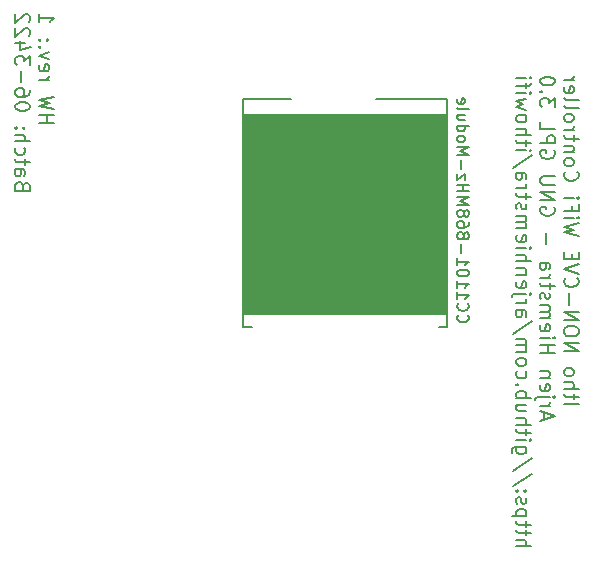
<source format=gbo>
G04 #@! TF.GenerationSoftware,KiCad,Pcbnew,(6.0.6-0)*
G04 #@! TF.CreationDate,2022-08-24T21:23:50+02:00*
G04 #@! TF.ProjectId,ithowifi_4l,6974686f-7769-4666-995f-346c2e6b6963,rev?*
G04 #@! TF.SameCoordinates,Original*
G04 #@! TF.FileFunction,Legend,Bot*
G04 #@! TF.FilePolarity,Positive*
%FSLAX46Y46*%
G04 Gerber Fmt 4.6, Leading zero omitted, Abs format (unit mm)*
G04 Created by KiCad (PCBNEW (6.0.6-0)) date 2022-08-24 21:23:50*
%MOMM*%
%LPD*%
G01*
G04 APERTURE LIST*
%ADD10C,0.100000*%
%ADD11C,0.200000*%
%ADD12C,0.150000*%
G04 APERTURE END LIST*
D10*
G36*
X103202000Y-135417558D02*
G01*
X85955400Y-135417558D01*
X85930000Y-118450358D01*
X103202000Y-118450358D01*
X103202000Y-135417558D01*
G37*
X103202000Y-135417558D02*
X85955400Y-135417558D01*
X85930000Y-118450358D01*
X103202000Y-118450358D01*
X103202000Y-135417558D01*
D11*
X113075393Y-143011000D02*
X114321393Y-143011000D01*
X113906060Y-142595666D02*
X113906060Y-142121000D01*
X114321393Y-142417666D02*
X113253393Y-142417666D01*
X113134726Y-142358333D01*
X113075393Y-142239666D01*
X113075393Y-142121000D01*
X113075393Y-141705666D02*
X114321393Y-141705666D01*
X113075393Y-141171666D02*
X113728060Y-141171666D01*
X113846726Y-141231000D01*
X113906060Y-141349666D01*
X113906060Y-141527666D01*
X113846726Y-141646333D01*
X113787393Y-141705666D01*
X113075393Y-140400333D02*
X113134726Y-140519000D01*
X113194060Y-140578333D01*
X113312726Y-140637666D01*
X113668726Y-140637666D01*
X113787393Y-140578333D01*
X113846726Y-140519000D01*
X113906060Y-140400333D01*
X113906060Y-140222333D01*
X113846726Y-140103666D01*
X113787393Y-140044333D01*
X113668726Y-139985000D01*
X113312726Y-139985000D01*
X113194060Y-140044333D01*
X113134726Y-140103666D01*
X113075393Y-140222333D01*
X113075393Y-140400333D01*
X113075393Y-138501666D02*
X114321393Y-138501666D01*
X113075393Y-137789666D01*
X114321393Y-137789666D01*
X114321393Y-136959000D02*
X114321393Y-136721666D01*
X114262060Y-136603000D01*
X114143393Y-136484333D01*
X113906060Y-136425000D01*
X113490726Y-136425000D01*
X113253393Y-136484333D01*
X113134726Y-136603000D01*
X113075393Y-136721666D01*
X113075393Y-136959000D01*
X113134726Y-137077666D01*
X113253393Y-137196333D01*
X113490726Y-137255666D01*
X113906060Y-137255666D01*
X114143393Y-137196333D01*
X114262060Y-137077666D01*
X114321393Y-136959000D01*
X113075393Y-135891000D02*
X114321393Y-135891000D01*
X113075393Y-135179000D01*
X114321393Y-135179000D01*
X113550060Y-134585666D02*
X113550060Y-133636333D01*
X113194060Y-132331000D02*
X113134726Y-132390333D01*
X113075393Y-132568333D01*
X113075393Y-132687000D01*
X113134726Y-132865000D01*
X113253393Y-132983666D01*
X113372060Y-133043000D01*
X113609393Y-133102333D01*
X113787393Y-133102333D01*
X114024726Y-133043000D01*
X114143393Y-132983666D01*
X114262060Y-132865000D01*
X114321393Y-132687000D01*
X114321393Y-132568333D01*
X114262060Y-132390333D01*
X114202726Y-132331000D01*
X114321393Y-131975000D02*
X113075393Y-131559666D01*
X114321393Y-131144333D01*
X113728060Y-130729000D02*
X113728060Y-130313666D01*
X113075393Y-130135666D02*
X113075393Y-130729000D01*
X114321393Y-130729000D01*
X114321393Y-130135666D01*
X114321393Y-128771000D02*
X113075393Y-128474333D01*
X113965393Y-128237000D01*
X113075393Y-127999666D01*
X114321393Y-127703000D01*
X113075393Y-127228333D02*
X113906060Y-127228333D01*
X114321393Y-127228333D02*
X114262060Y-127287666D01*
X114202726Y-127228333D01*
X114262060Y-127169000D01*
X114321393Y-127228333D01*
X114202726Y-127228333D01*
X113728060Y-126219666D02*
X113728060Y-126635000D01*
X113075393Y-126635000D02*
X114321393Y-126635000D01*
X114321393Y-126041666D01*
X113075393Y-125567000D02*
X113906060Y-125567000D01*
X114321393Y-125567000D02*
X114262060Y-125626333D01*
X114202726Y-125567000D01*
X114262060Y-125507666D01*
X114321393Y-125567000D01*
X114202726Y-125567000D01*
X113194060Y-123312333D02*
X113134726Y-123371666D01*
X113075393Y-123549666D01*
X113075393Y-123668333D01*
X113134726Y-123846333D01*
X113253393Y-123965000D01*
X113372060Y-124024333D01*
X113609393Y-124083666D01*
X113787393Y-124083666D01*
X114024726Y-124024333D01*
X114143393Y-123965000D01*
X114262060Y-123846333D01*
X114321393Y-123668333D01*
X114321393Y-123549666D01*
X114262060Y-123371666D01*
X114202726Y-123312333D01*
X113075393Y-122600333D02*
X113134726Y-122719000D01*
X113194060Y-122778333D01*
X113312726Y-122837666D01*
X113668726Y-122837666D01*
X113787393Y-122778333D01*
X113846726Y-122719000D01*
X113906060Y-122600333D01*
X113906060Y-122422333D01*
X113846726Y-122303666D01*
X113787393Y-122244333D01*
X113668726Y-122185000D01*
X113312726Y-122185000D01*
X113194060Y-122244333D01*
X113134726Y-122303666D01*
X113075393Y-122422333D01*
X113075393Y-122600333D01*
X113906060Y-121651000D02*
X113075393Y-121651000D01*
X113787393Y-121651000D02*
X113846726Y-121591666D01*
X113906060Y-121473000D01*
X113906060Y-121295000D01*
X113846726Y-121176333D01*
X113728060Y-121117000D01*
X113075393Y-121117000D01*
X113906060Y-120701666D02*
X113906060Y-120227000D01*
X114321393Y-120523666D02*
X113253393Y-120523666D01*
X113134726Y-120464333D01*
X113075393Y-120345666D01*
X113075393Y-120227000D01*
X113075393Y-119811666D02*
X113906060Y-119811666D01*
X113668726Y-119811666D02*
X113787393Y-119752333D01*
X113846726Y-119693000D01*
X113906060Y-119574333D01*
X113906060Y-119455666D01*
X113075393Y-118862333D02*
X113134726Y-118981000D01*
X113194060Y-119040333D01*
X113312726Y-119099666D01*
X113668726Y-119099666D01*
X113787393Y-119040333D01*
X113846726Y-118981000D01*
X113906060Y-118862333D01*
X113906060Y-118684333D01*
X113846726Y-118565666D01*
X113787393Y-118506333D01*
X113668726Y-118447000D01*
X113312726Y-118447000D01*
X113194060Y-118506333D01*
X113134726Y-118565666D01*
X113075393Y-118684333D01*
X113075393Y-118862333D01*
X113075393Y-117735000D02*
X113134726Y-117853666D01*
X113253393Y-117913000D01*
X114321393Y-117913000D01*
X113075393Y-117082333D02*
X113134726Y-117201000D01*
X113253393Y-117260333D01*
X114321393Y-117260333D01*
X113134726Y-116133000D02*
X113075393Y-116251666D01*
X113075393Y-116489000D01*
X113134726Y-116607666D01*
X113253393Y-116667000D01*
X113728060Y-116667000D01*
X113846726Y-116607666D01*
X113906060Y-116489000D01*
X113906060Y-116251666D01*
X113846726Y-116133000D01*
X113728060Y-116073666D01*
X113609393Y-116073666D01*
X113490726Y-116667000D01*
X113075393Y-115539666D02*
X113906060Y-115539666D01*
X113668726Y-115539666D02*
X113787393Y-115480333D01*
X113846726Y-115421000D01*
X113906060Y-115302333D01*
X113906060Y-115183666D01*
X111425333Y-144316333D02*
X111425333Y-143723000D01*
X111069333Y-144435000D02*
X112315333Y-144019666D01*
X111069333Y-143604333D01*
X111069333Y-143189000D02*
X111900000Y-143189000D01*
X111662666Y-143189000D02*
X111781333Y-143129666D01*
X111840666Y-143070333D01*
X111900000Y-142951666D01*
X111900000Y-142833000D01*
X111900000Y-142417666D02*
X110832000Y-142417666D01*
X110713333Y-142477000D01*
X110654000Y-142595666D01*
X110654000Y-142655000D01*
X112315333Y-142417666D02*
X112256000Y-142477000D01*
X112196666Y-142417666D01*
X112256000Y-142358333D01*
X112315333Y-142417666D01*
X112196666Y-142417666D01*
X111128666Y-141349666D02*
X111069333Y-141468333D01*
X111069333Y-141705666D01*
X111128666Y-141824333D01*
X111247333Y-141883666D01*
X111722000Y-141883666D01*
X111840666Y-141824333D01*
X111900000Y-141705666D01*
X111900000Y-141468333D01*
X111840666Y-141349666D01*
X111722000Y-141290333D01*
X111603333Y-141290333D01*
X111484666Y-141883666D01*
X111900000Y-140756333D02*
X111069333Y-140756333D01*
X111781333Y-140756333D02*
X111840666Y-140697000D01*
X111900000Y-140578333D01*
X111900000Y-140400333D01*
X111840666Y-140281666D01*
X111722000Y-140222333D01*
X111069333Y-140222333D01*
X111069333Y-138679666D02*
X112315333Y-138679666D01*
X111722000Y-138679666D02*
X111722000Y-137967666D01*
X111069333Y-137967666D02*
X112315333Y-137967666D01*
X111069333Y-137374333D02*
X111900000Y-137374333D01*
X112315333Y-137374333D02*
X112256000Y-137433666D01*
X112196666Y-137374333D01*
X112256000Y-137315000D01*
X112315333Y-137374333D01*
X112196666Y-137374333D01*
X111128666Y-136306333D02*
X111069333Y-136425000D01*
X111069333Y-136662333D01*
X111128666Y-136781000D01*
X111247333Y-136840333D01*
X111722000Y-136840333D01*
X111840666Y-136781000D01*
X111900000Y-136662333D01*
X111900000Y-136425000D01*
X111840666Y-136306333D01*
X111722000Y-136247000D01*
X111603333Y-136247000D01*
X111484666Y-136840333D01*
X111069333Y-135713000D02*
X111900000Y-135713000D01*
X111781333Y-135713000D02*
X111840666Y-135653666D01*
X111900000Y-135535000D01*
X111900000Y-135357000D01*
X111840666Y-135238333D01*
X111722000Y-135179000D01*
X111069333Y-135179000D01*
X111722000Y-135179000D02*
X111840666Y-135119666D01*
X111900000Y-135001000D01*
X111900000Y-134823000D01*
X111840666Y-134704333D01*
X111722000Y-134645000D01*
X111069333Y-134645000D01*
X111128666Y-134111000D02*
X111069333Y-133992333D01*
X111069333Y-133755000D01*
X111128666Y-133636333D01*
X111247333Y-133577000D01*
X111306666Y-133577000D01*
X111425333Y-133636333D01*
X111484666Y-133755000D01*
X111484666Y-133933000D01*
X111544000Y-134051666D01*
X111662666Y-134111000D01*
X111722000Y-134111000D01*
X111840666Y-134051666D01*
X111900000Y-133933000D01*
X111900000Y-133755000D01*
X111840666Y-133636333D01*
X111900000Y-133221000D02*
X111900000Y-132746333D01*
X112315333Y-133043000D02*
X111247333Y-133043000D01*
X111128666Y-132983666D01*
X111069333Y-132865000D01*
X111069333Y-132746333D01*
X111069333Y-132331000D02*
X111900000Y-132331000D01*
X111662666Y-132331000D02*
X111781333Y-132271666D01*
X111840666Y-132212333D01*
X111900000Y-132093666D01*
X111900000Y-131975000D01*
X111069333Y-131025666D02*
X111722000Y-131025666D01*
X111840666Y-131085000D01*
X111900000Y-131203666D01*
X111900000Y-131441000D01*
X111840666Y-131559666D01*
X111128666Y-131025666D02*
X111069333Y-131144333D01*
X111069333Y-131441000D01*
X111128666Y-131559666D01*
X111247333Y-131619000D01*
X111366000Y-131619000D01*
X111484666Y-131559666D01*
X111544000Y-131441000D01*
X111544000Y-131144333D01*
X111603333Y-131025666D01*
X111544000Y-129483000D02*
X111544000Y-128533666D01*
X112256000Y-126338333D02*
X112315333Y-126457000D01*
X112315333Y-126635000D01*
X112256000Y-126813000D01*
X112137333Y-126931666D01*
X112018666Y-126991000D01*
X111781333Y-127050333D01*
X111603333Y-127050333D01*
X111366000Y-126991000D01*
X111247333Y-126931666D01*
X111128666Y-126813000D01*
X111069333Y-126635000D01*
X111069333Y-126516333D01*
X111128666Y-126338333D01*
X111188000Y-126279000D01*
X111603333Y-126279000D01*
X111603333Y-126516333D01*
X111069333Y-125745000D02*
X112315333Y-125745000D01*
X111069333Y-125033000D01*
X112315333Y-125033000D01*
X112315333Y-124439666D02*
X111306666Y-124439666D01*
X111188000Y-124380333D01*
X111128666Y-124321000D01*
X111069333Y-124202333D01*
X111069333Y-123965000D01*
X111128666Y-123846333D01*
X111188000Y-123787000D01*
X111306666Y-123727666D01*
X112315333Y-123727666D01*
X112256000Y-121532333D02*
X112315333Y-121651000D01*
X112315333Y-121829000D01*
X112256000Y-122007000D01*
X112137333Y-122125666D01*
X112018666Y-122185000D01*
X111781333Y-122244333D01*
X111603333Y-122244333D01*
X111366000Y-122185000D01*
X111247333Y-122125666D01*
X111128666Y-122007000D01*
X111069333Y-121829000D01*
X111069333Y-121710333D01*
X111128666Y-121532333D01*
X111188000Y-121473000D01*
X111603333Y-121473000D01*
X111603333Y-121710333D01*
X111069333Y-120939000D02*
X112315333Y-120939000D01*
X112315333Y-120464333D01*
X112256000Y-120345666D01*
X112196666Y-120286333D01*
X112078000Y-120227000D01*
X111900000Y-120227000D01*
X111781333Y-120286333D01*
X111722000Y-120345666D01*
X111662666Y-120464333D01*
X111662666Y-120939000D01*
X111069333Y-119099666D02*
X111069333Y-119693000D01*
X112315333Y-119693000D01*
X112315333Y-117853666D02*
X112315333Y-117082333D01*
X111840666Y-117497666D01*
X111840666Y-117319666D01*
X111781333Y-117201000D01*
X111722000Y-117141666D01*
X111603333Y-117082333D01*
X111306666Y-117082333D01*
X111188000Y-117141666D01*
X111128666Y-117201000D01*
X111069333Y-117319666D01*
X111069333Y-117675666D01*
X111128666Y-117794333D01*
X111188000Y-117853666D01*
X111188000Y-116548333D02*
X111128666Y-116489000D01*
X111069333Y-116548333D01*
X111128666Y-116607666D01*
X111188000Y-116548333D01*
X111069333Y-116548333D01*
X112315333Y-115717666D02*
X112315333Y-115599000D01*
X112256000Y-115480333D01*
X112196666Y-115421000D01*
X112078000Y-115361666D01*
X111840666Y-115302333D01*
X111544000Y-115302333D01*
X111306666Y-115361666D01*
X111188000Y-115421000D01*
X111128666Y-115480333D01*
X111069333Y-115599000D01*
X111069333Y-115717666D01*
X111128666Y-115836333D01*
X111188000Y-115895666D01*
X111306666Y-115955000D01*
X111544000Y-116014333D01*
X111840666Y-116014333D01*
X112078000Y-115955000D01*
X112196666Y-115895666D01*
X112256000Y-115836333D01*
X112315333Y-115717666D01*
X109063273Y-155055666D02*
X110309273Y-155055666D01*
X109063273Y-154521666D02*
X109715940Y-154521666D01*
X109834606Y-154581000D01*
X109893940Y-154699666D01*
X109893940Y-154877666D01*
X109834606Y-154996333D01*
X109775273Y-155055666D01*
X109893940Y-154106333D02*
X109893940Y-153631666D01*
X110309273Y-153928333D02*
X109241273Y-153928333D01*
X109122606Y-153869000D01*
X109063273Y-153750333D01*
X109063273Y-153631666D01*
X109893940Y-153394333D02*
X109893940Y-152919666D01*
X110309273Y-153216333D02*
X109241273Y-153216333D01*
X109122606Y-153157000D01*
X109063273Y-153038333D01*
X109063273Y-152919666D01*
X109893940Y-152504333D02*
X108647940Y-152504333D01*
X109834606Y-152504333D02*
X109893940Y-152385666D01*
X109893940Y-152148333D01*
X109834606Y-152029666D01*
X109775273Y-151970333D01*
X109656606Y-151911000D01*
X109300606Y-151911000D01*
X109181940Y-151970333D01*
X109122606Y-152029666D01*
X109063273Y-152148333D01*
X109063273Y-152385666D01*
X109122606Y-152504333D01*
X109122606Y-151436333D02*
X109063273Y-151317666D01*
X109063273Y-151080333D01*
X109122606Y-150961666D01*
X109241273Y-150902333D01*
X109300606Y-150902333D01*
X109419273Y-150961666D01*
X109478606Y-151080333D01*
X109478606Y-151258333D01*
X109537940Y-151377000D01*
X109656606Y-151436333D01*
X109715940Y-151436333D01*
X109834606Y-151377000D01*
X109893940Y-151258333D01*
X109893940Y-151080333D01*
X109834606Y-150961666D01*
X109181940Y-150368333D02*
X109122606Y-150309000D01*
X109063273Y-150368333D01*
X109122606Y-150427666D01*
X109181940Y-150368333D01*
X109063273Y-150368333D01*
X109834606Y-150368333D02*
X109775273Y-150309000D01*
X109715940Y-150368333D01*
X109775273Y-150427666D01*
X109834606Y-150368333D01*
X109715940Y-150368333D01*
X110368606Y-148885000D02*
X108766606Y-149953000D01*
X110368606Y-147579666D02*
X108766606Y-148647666D01*
X109893940Y-146630333D02*
X108885273Y-146630333D01*
X108766606Y-146689666D01*
X108707273Y-146749000D01*
X108647940Y-146867666D01*
X108647940Y-147045666D01*
X108707273Y-147164333D01*
X109122606Y-146630333D02*
X109063273Y-146749000D01*
X109063273Y-146986333D01*
X109122606Y-147105000D01*
X109181940Y-147164333D01*
X109300606Y-147223666D01*
X109656606Y-147223666D01*
X109775273Y-147164333D01*
X109834606Y-147105000D01*
X109893940Y-146986333D01*
X109893940Y-146749000D01*
X109834606Y-146630333D01*
X109063273Y-146037000D02*
X109893940Y-146037000D01*
X110309273Y-146037000D02*
X110249940Y-146096333D01*
X110190606Y-146037000D01*
X110249940Y-145977666D01*
X110309273Y-146037000D01*
X110190606Y-146037000D01*
X109893940Y-145621666D02*
X109893940Y-145147000D01*
X110309273Y-145443666D02*
X109241273Y-145443666D01*
X109122606Y-145384333D01*
X109063273Y-145265666D01*
X109063273Y-145147000D01*
X109063273Y-144731666D02*
X110309273Y-144731666D01*
X109063273Y-144197666D02*
X109715940Y-144197666D01*
X109834606Y-144257000D01*
X109893940Y-144375666D01*
X109893940Y-144553666D01*
X109834606Y-144672333D01*
X109775273Y-144731666D01*
X109893940Y-143070333D02*
X109063273Y-143070333D01*
X109893940Y-143604333D02*
X109241273Y-143604333D01*
X109122606Y-143545000D01*
X109063273Y-143426333D01*
X109063273Y-143248333D01*
X109122606Y-143129666D01*
X109181940Y-143070333D01*
X109063273Y-142477000D02*
X110309273Y-142477000D01*
X109834606Y-142477000D02*
X109893940Y-142358333D01*
X109893940Y-142121000D01*
X109834606Y-142002333D01*
X109775273Y-141943000D01*
X109656606Y-141883666D01*
X109300606Y-141883666D01*
X109181940Y-141943000D01*
X109122606Y-142002333D01*
X109063273Y-142121000D01*
X109063273Y-142358333D01*
X109122606Y-142477000D01*
X109181940Y-141349666D02*
X109122606Y-141290333D01*
X109063273Y-141349666D01*
X109122606Y-141409000D01*
X109181940Y-141349666D01*
X109063273Y-141349666D01*
X109122606Y-140222333D02*
X109063273Y-140341000D01*
X109063273Y-140578333D01*
X109122606Y-140697000D01*
X109181940Y-140756333D01*
X109300606Y-140815666D01*
X109656606Y-140815666D01*
X109775273Y-140756333D01*
X109834606Y-140697000D01*
X109893940Y-140578333D01*
X109893940Y-140341000D01*
X109834606Y-140222333D01*
X109063273Y-139510333D02*
X109122606Y-139629000D01*
X109181940Y-139688333D01*
X109300606Y-139747666D01*
X109656606Y-139747666D01*
X109775273Y-139688333D01*
X109834606Y-139629000D01*
X109893940Y-139510333D01*
X109893940Y-139332333D01*
X109834606Y-139213666D01*
X109775273Y-139154333D01*
X109656606Y-139095000D01*
X109300606Y-139095000D01*
X109181940Y-139154333D01*
X109122606Y-139213666D01*
X109063273Y-139332333D01*
X109063273Y-139510333D01*
X109063273Y-138561000D02*
X109893940Y-138561000D01*
X109775273Y-138561000D02*
X109834606Y-138501666D01*
X109893940Y-138383000D01*
X109893940Y-138205000D01*
X109834606Y-138086333D01*
X109715940Y-138027000D01*
X109063273Y-138027000D01*
X109715940Y-138027000D02*
X109834606Y-137967666D01*
X109893940Y-137849000D01*
X109893940Y-137671000D01*
X109834606Y-137552333D01*
X109715940Y-137493000D01*
X109063273Y-137493000D01*
X110368606Y-136009666D02*
X108766606Y-137077666D01*
X109063273Y-135060333D02*
X109715940Y-135060333D01*
X109834606Y-135119666D01*
X109893940Y-135238333D01*
X109893940Y-135475666D01*
X109834606Y-135594333D01*
X109122606Y-135060333D02*
X109063273Y-135179000D01*
X109063273Y-135475666D01*
X109122606Y-135594333D01*
X109241273Y-135653666D01*
X109359940Y-135653666D01*
X109478606Y-135594333D01*
X109537940Y-135475666D01*
X109537940Y-135179000D01*
X109597273Y-135060333D01*
X109063273Y-134467000D02*
X109893940Y-134467000D01*
X109656606Y-134467000D02*
X109775273Y-134407666D01*
X109834606Y-134348333D01*
X109893940Y-134229666D01*
X109893940Y-134111000D01*
X109893940Y-133695666D02*
X108825940Y-133695666D01*
X108707273Y-133755000D01*
X108647940Y-133873666D01*
X108647940Y-133933000D01*
X110309273Y-133695666D02*
X110249940Y-133755000D01*
X110190606Y-133695666D01*
X110249940Y-133636333D01*
X110309273Y-133695666D01*
X110190606Y-133695666D01*
X109122606Y-132627666D02*
X109063273Y-132746333D01*
X109063273Y-132983666D01*
X109122606Y-133102333D01*
X109241273Y-133161666D01*
X109715940Y-133161666D01*
X109834606Y-133102333D01*
X109893940Y-132983666D01*
X109893940Y-132746333D01*
X109834606Y-132627666D01*
X109715940Y-132568333D01*
X109597273Y-132568333D01*
X109478606Y-133161666D01*
X109893940Y-132034333D02*
X109063273Y-132034333D01*
X109775273Y-132034333D02*
X109834606Y-131975000D01*
X109893940Y-131856333D01*
X109893940Y-131678333D01*
X109834606Y-131559666D01*
X109715940Y-131500333D01*
X109063273Y-131500333D01*
X109063273Y-130907000D02*
X110309273Y-130907000D01*
X109063273Y-130373000D02*
X109715940Y-130373000D01*
X109834606Y-130432333D01*
X109893940Y-130551000D01*
X109893940Y-130729000D01*
X109834606Y-130847666D01*
X109775273Y-130907000D01*
X109063273Y-129779666D02*
X109893940Y-129779666D01*
X110309273Y-129779666D02*
X110249940Y-129839000D01*
X110190606Y-129779666D01*
X110249940Y-129720333D01*
X110309273Y-129779666D01*
X110190606Y-129779666D01*
X109122606Y-128711666D02*
X109063273Y-128830333D01*
X109063273Y-129067666D01*
X109122606Y-129186333D01*
X109241273Y-129245666D01*
X109715940Y-129245666D01*
X109834606Y-129186333D01*
X109893940Y-129067666D01*
X109893940Y-128830333D01*
X109834606Y-128711666D01*
X109715940Y-128652333D01*
X109597273Y-128652333D01*
X109478606Y-129245666D01*
X109063273Y-128118333D02*
X109893940Y-128118333D01*
X109775273Y-128118333D02*
X109834606Y-128059000D01*
X109893940Y-127940333D01*
X109893940Y-127762333D01*
X109834606Y-127643666D01*
X109715940Y-127584333D01*
X109063273Y-127584333D01*
X109715940Y-127584333D02*
X109834606Y-127525000D01*
X109893940Y-127406333D01*
X109893940Y-127228333D01*
X109834606Y-127109666D01*
X109715940Y-127050333D01*
X109063273Y-127050333D01*
X109122606Y-126516333D02*
X109063273Y-126397666D01*
X109063273Y-126160333D01*
X109122606Y-126041666D01*
X109241273Y-125982333D01*
X109300606Y-125982333D01*
X109419273Y-126041666D01*
X109478606Y-126160333D01*
X109478606Y-126338333D01*
X109537940Y-126457000D01*
X109656606Y-126516333D01*
X109715940Y-126516333D01*
X109834606Y-126457000D01*
X109893940Y-126338333D01*
X109893940Y-126160333D01*
X109834606Y-126041666D01*
X109893940Y-125626333D02*
X109893940Y-125151666D01*
X110309273Y-125448333D02*
X109241273Y-125448333D01*
X109122606Y-125389000D01*
X109063273Y-125270333D01*
X109063273Y-125151666D01*
X109063273Y-124736333D02*
X109893940Y-124736333D01*
X109656606Y-124736333D02*
X109775273Y-124677000D01*
X109834606Y-124617666D01*
X109893940Y-124499000D01*
X109893940Y-124380333D01*
X109063273Y-123431000D02*
X109715940Y-123431000D01*
X109834606Y-123490333D01*
X109893940Y-123609000D01*
X109893940Y-123846333D01*
X109834606Y-123965000D01*
X109122606Y-123431000D02*
X109063273Y-123549666D01*
X109063273Y-123846333D01*
X109122606Y-123965000D01*
X109241273Y-124024333D01*
X109359940Y-124024333D01*
X109478606Y-123965000D01*
X109537940Y-123846333D01*
X109537940Y-123549666D01*
X109597273Y-123431000D01*
X110368606Y-121947666D02*
X108766606Y-123015666D01*
X109063273Y-121532333D02*
X109893940Y-121532333D01*
X110309273Y-121532333D02*
X110249940Y-121591666D01*
X110190606Y-121532333D01*
X110249940Y-121473000D01*
X110309273Y-121532333D01*
X110190606Y-121532333D01*
X109893940Y-121117000D02*
X109893940Y-120642333D01*
X110309273Y-120939000D02*
X109241273Y-120939000D01*
X109122606Y-120879666D01*
X109063273Y-120761000D01*
X109063273Y-120642333D01*
X109063273Y-120227000D02*
X110309273Y-120227000D01*
X109063273Y-119693000D02*
X109715940Y-119693000D01*
X109834606Y-119752333D01*
X109893940Y-119871000D01*
X109893940Y-120049000D01*
X109834606Y-120167666D01*
X109775273Y-120227000D01*
X109063273Y-118921666D02*
X109122606Y-119040333D01*
X109181940Y-119099666D01*
X109300606Y-119159000D01*
X109656606Y-119159000D01*
X109775273Y-119099666D01*
X109834606Y-119040333D01*
X109893940Y-118921666D01*
X109893940Y-118743666D01*
X109834606Y-118625000D01*
X109775273Y-118565666D01*
X109656606Y-118506333D01*
X109300606Y-118506333D01*
X109181940Y-118565666D01*
X109122606Y-118625000D01*
X109063273Y-118743666D01*
X109063273Y-118921666D01*
X109893940Y-118091000D02*
X109063273Y-117853666D01*
X109656606Y-117616333D01*
X109063273Y-117379000D01*
X109893940Y-117141666D01*
X109063273Y-116667000D02*
X109893940Y-116667000D01*
X110309273Y-116667000D02*
X110249940Y-116726333D01*
X110190606Y-116667000D01*
X110249940Y-116607666D01*
X110309273Y-116667000D01*
X110190606Y-116667000D01*
X109893940Y-116251666D02*
X109893940Y-115777000D01*
X109063273Y-116073666D02*
X110131273Y-116073666D01*
X110249940Y-116014333D01*
X110309273Y-115895666D01*
X110309273Y-115777000D01*
X109063273Y-115361666D02*
X109893940Y-115361666D01*
X110309273Y-115361666D02*
X110249940Y-115421000D01*
X110190606Y-115361666D01*
X110249940Y-115302333D01*
X110309273Y-115361666D01*
X110190606Y-115361666D01*
X68638363Y-119224333D02*
X69884363Y-119224333D01*
X69291030Y-119224333D02*
X69291030Y-118512333D01*
X68638363Y-118512333D02*
X69884363Y-118512333D01*
X69884363Y-118037666D02*
X68638363Y-117741000D01*
X69528363Y-117503666D01*
X68638363Y-117266333D01*
X69884363Y-116969666D01*
X68638363Y-115545666D02*
X69469030Y-115545666D01*
X69231696Y-115545666D02*
X69350363Y-115486333D01*
X69409696Y-115427000D01*
X69469030Y-115308333D01*
X69469030Y-115189666D01*
X68697696Y-114299666D02*
X68638363Y-114418333D01*
X68638363Y-114655666D01*
X68697696Y-114774333D01*
X68816363Y-114833666D01*
X69291030Y-114833666D01*
X69409696Y-114774333D01*
X69469030Y-114655666D01*
X69469030Y-114418333D01*
X69409696Y-114299666D01*
X69291030Y-114240333D01*
X69172363Y-114240333D01*
X69053696Y-114833666D01*
X69469030Y-113825000D02*
X68638363Y-113528333D01*
X69469030Y-113231666D01*
X68757030Y-112757000D02*
X68697696Y-112697666D01*
X68638363Y-112757000D01*
X68697696Y-112816333D01*
X68757030Y-112757000D01*
X68638363Y-112757000D01*
X68757030Y-112163666D02*
X68697696Y-112104333D01*
X68638363Y-112163666D01*
X68697696Y-112223000D01*
X68757030Y-112163666D01*
X68638363Y-112163666D01*
X69409696Y-112163666D02*
X69350363Y-112104333D01*
X69291030Y-112163666D01*
X69350363Y-112223000D01*
X69409696Y-112163666D01*
X69291030Y-112163666D01*
X68638363Y-109968333D02*
X68638363Y-110680333D01*
X68638363Y-110324333D02*
X69884363Y-110324333D01*
X69706363Y-110443000D01*
X69587696Y-110561666D01*
X69528363Y-110680333D01*
X67284970Y-124505000D02*
X67225636Y-124327000D01*
X67166303Y-124267666D01*
X67047636Y-124208333D01*
X66869636Y-124208333D01*
X66750970Y-124267666D01*
X66691636Y-124327000D01*
X66632303Y-124445666D01*
X66632303Y-124920333D01*
X67878303Y-124920333D01*
X67878303Y-124505000D01*
X67818970Y-124386333D01*
X67759636Y-124327000D01*
X67640970Y-124267666D01*
X67522303Y-124267666D01*
X67403636Y-124327000D01*
X67344303Y-124386333D01*
X67284970Y-124505000D01*
X67284970Y-124920333D01*
X66632303Y-123140333D02*
X67284970Y-123140333D01*
X67403636Y-123199666D01*
X67462970Y-123318333D01*
X67462970Y-123555666D01*
X67403636Y-123674333D01*
X66691636Y-123140333D02*
X66632303Y-123259000D01*
X66632303Y-123555666D01*
X66691636Y-123674333D01*
X66810303Y-123733666D01*
X66928970Y-123733666D01*
X67047636Y-123674333D01*
X67106970Y-123555666D01*
X67106970Y-123259000D01*
X67166303Y-123140333D01*
X67462970Y-122725000D02*
X67462970Y-122250333D01*
X67878303Y-122547000D02*
X66810303Y-122547000D01*
X66691636Y-122487666D01*
X66632303Y-122369000D01*
X66632303Y-122250333D01*
X66691636Y-121301000D02*
X66632303Y-121419666D01*
X66632303Y-121657000D01*
X66691636Y-121775666D01*
X66750970Y-121835000D01*
X66869636Y-121894333D01*
X67225636Y-121894333D01*
X67344303Y-121835000D01*
X67403636Y-121775666D01*
X67462970Y-121657000D01*
X67462970Y-121419666D01*
X67403636Y-121301000D01*
X66632303Y-120767000D02*
X67878303Y-120767000D01*
X66632303Y-120233000D02*
X67284970Y-120233000D01*
X67403636Y-120292333D01*
X67462970Y-120411000D01*
X67462970Y-120589000D01*
X67403636Y-120707666D01*
X67344303Y-120767000D01*
X66750970Y-119639666D02*
X66691636Y-119580333D01*
X66632303Y-119639666D01*
X66691636Y-119699000D01*
X66750970Y-119639666D01*
X66632303Y-119639666D01*
X67403636Y-119639666D02*
X67344303Y-119580333D01*
X67284970Y-119639666D01*
X67344303Y-119699000D01*
X67403636Y-119639666D01*
X67284970Y-119639666D01*
X67878303Y-117859666D02*
X67878303Y-117741000D01*
X67818970Y-117622333D01*
X67759636Y-117563000D01*
X67640970Y-117503666D01*
X67403636Y-117444333D01*
X67106970Y-117444333D01*
X66869636Y-117503666D01*
X66750970Y-117563000D01*
X66691636Y-117622333D01*
X66632303Y-117741000D01*
X66632303Y-117859666D01*
X66691636Y-117978333D01*
X66750970Y-118037666D01*
X66869636Y-118097000D01*
X67106970Y-118156333D01*
X67403636Y-118156333D01*
X67640970Y-118097000D01*
X67759636Y-118037666D01*
X67818970Y-117978333D01*
X67878303Y-117859666D01*
X67878303Y-116376333D02*
X67878303Y-116613666D01*
X67818970Y-116732333D01*
X67759636Y-116791666D01*
X67581636Y-116910333D01*
X67344303Y-116969666D01*
X66869636Y-116969666D01*
X66750970Y-116910333D01*
X66691636Y-116851000D01*
X66632303Y-116732333D01*
X66632303Y-116495000D01*
X66691636Y-116376333D01*
X66750970Y-116317000D01*
X66869636Y-116257666D01*
X67166303Y-116257666D01*
X67284970Y-116317000D01*
X67344303Y-116376333D01*
X67403636Y-116495000D01*
X67403636Y-116732333D01*
X67344303Y-116851000D01*
X67284970Y-116910333D01*
X67166303Y-116969666D01*
X67106970Y-115723666D02*
X67106970Y-114774333D01*
X67878303Y-114299666D02*
X67878303Y-113528333D01*
X67403636Y-113943666D01*
X67403636Y-113765666D01*
X67344303Y-113647000D01*
X67284970Y-113587666D01*
X67166303Y-113528333D01*
X66869636Y-113528333D01*
X66750970Y-113587666D01*
X66691636Y-113647000D01*
X66632303Y-113765666D01*
X66632303Y-114121666D01*
X66691636Y-114240333D01*
X66750970Y-114299666D01*
X67462970Y-112460333D02*
X66632303Y-112460333D01*
X67937636Y-112757000D02*
X67047636Y-113053666D01*
X67047636Y-112282333D01*
X67759636Y-111867000D02*
X67818970Y-111807666D01*
X67878303Y-111689000D01*
X67878303Y-111392333D01*
X67818970Y-111273666D01*
X67759636Y-111214333D01*
X67640970Y-111155000D01*
X67522303Y-111155000D01*
X67344303Y-111214333D01*
X66632303Y-111926333D01*
X66632303Y-111155000D01*
X67759636Y-110680333D02*
X67818970Y-110621000D01*
X67878303Y-110502333D01*
X67878303Y-110205666D01*
X67818970Y-110087000D01*
X67759636Y-110027666D01*
X67640970Y-109968333D01*
X67522303Y-109968333D01*
X67344303Y-110027666D01*
X66632303Y-110739666D01*
X66632303Y-109968333D01*
D12*
X104118848Y-135474298D02*
X104071229Y-135521917D01*
X104023610Y-135664774D01*
X104023610Y-135760012D01*
X104071229Y-135902869D01*
X104166467Y-135998107D01*
X104261705Y-136045726D01*
X104452181Y-136093346D01*
X104595038Y-136093346D01*
X104785514Y-136045726D01*
X104880752Y-135998107D01*
X104975991Y-135902869D01*
X105023610Y-135760012D01*
X105023610Y-135664774D01*
X104975991Y-135521917D01*
X104928371Y-135474298D01*
X104118848Y-134474298D02*
X104071229Y-134521917D01*
X104023610Y-134664774D01*
X104023610Y-134760012D01*
X104071229Y-134902869D01*
X104166467Y-134998107D01*
X104261705Y-135045726D01*
X104452181Y-135093346D01*
X104595038Y-135093346D01*
X104785514Y-135045726D01*
X104880752Y-134998107D01*
X104975991Y-134902869D01*
X105023610Y-134760012D01*
X105023610Y-134664774D01*
X104975991Y-134521917D01*
X104928371Y-134474298D01*
X104023610Y-133521917D02*
X104023610Y-134093346D01*
X104023610Y-133807631D02*
X105023610Y-133807631D01*
X104880752Y-133902869D01*
X104785514Y-133998107D01*
X104737895Y-134093346D01*
X104023610Y-132569536D02*
X104023610Y-133140965D01*
X104023610Y-132855250D02*
X105023610Y-132855250D01*
X104880752Y-132950488D01*
X104785514Y-133045726D01*
X104737895Y-133140965D01*
X105023610Y-131950488D02*
X105023610Y-131855250D01*
X104975991Y-131760012D01*
X104928371Y-131712393D01*
X104833133Y-131664774D01*
X104642657Y-131617155D01*
X104404562Y-131617155D01*
X104214086Y-131664774D01*
X104118848Y-131712393D01*
X104071229Y-131760012D01*
X104023610Y-131855250D01*
X104023610Y-131950488D01*
X104071229Y-132045726D01*
X104118848Y-132093346D01*
X104214086Y-132140965D01*
X104404562Y-132188584D01*
X104642657Y-132188584D01*
X104833133Y-132140965D01*
X104928371Y-132093346D01*
X104975991Y-132045726D01*
X105023610Y-131950488D01*
X104023610Y-130664774D02*
X104023610Y-131236203D01*
X104023610Y-130950488D02*
X105023610Y-130950488D01*
X104880752Y-131045726D01*
X104785514Y-131140965D01*
X104737895Y-131236203D01*
X104404562Y-130236203D02*
X104404562Y-129474298D01*
X104595038Y-128855250D02*
X104642657Y-128950488D01*
X104690276Y-128998107D01*
X104785514Y-129045726D01*
X104833133Y-129045726D01*
X104928371Y-128998107D01*
X104975991Y-128950488D01*
X105023610Y-128855250D01*
X105023610Y-128664774D01*
X104975991Y-128569536D01*
X104928371Y-128521917D01*
X104833133Y-128474298D01*
X104785514Y-128474298D01*
X104690276Y-128521917D01*
X104642657Y-128569536D01*
X104595038Y-128664774D01*
X104595038Y-128855250D01*
X104547419Y-128950488D01*
X104499800Y-128998107D01*
X104404562Y-129045726D01*
X104214086Y-129045726D01*
X104118848Y-128998107D01*
X104071229Y-128950488D01*
X104023610Y-128855250D01*
X104023610Y-128664774D01*
X104071229Y-128569536D01*
X104118848Y-128521917D01*
X104214086Y-128474298D01*
X104404562Y-128474298D01*
X104499800Y-128521917D01*
X104547419Y-128569536D01*
X104595038Y-128664774D01*
X105023610Y-127617155D02*
X105023610Y-127807631D01*
X104975991Y-127902869D01*
X104928371Y-127950488D01*
X104785514Y-128045726D01*
X104595038Y-128093346D01*
X104214086Y-128093346D01*
X104118848Y-128045726D01*
X104071229Y-127998107D01*
X104023610Y-127902869D01*
X104023610Y-127712393D01*
X104071229Y-127617155D01*
X104118848Y-127569536D01*
X104214086Y-127521917D01*
X104452181Y-127521917D01*
X104547419Y-127569536D01*
X104595038Y-127617155D01*
X104642657Y-127712393D01*
X104642657Y-127902869D01*
X104595038Y-127998107D01*
X104547419Y-128045726D01*
X104452181Y-128093346D01*
X104595038Y-126950488D02*
X104642657Y-127045726D01*
X104690276Y-127093346D01*
X104785514Y-127140965D01*
X104833133Y-127140965D01*
X104928371Y-127093346D01*
X104975991Y-127045726D01*
X105023610Y-126950488D01*
X105023610Y-126760012D01*
X104975991Y-126664774D01*
X104928371Y-126617155D01*
X104833133Y-126569536D01*
X104785514Y-126569536D01*
X104690276Y-126617155D01*
X104642657Y-126664774D01*
X104595038Y-126760012D01*
X104595038Y-126950488D01*
X104547419Y-127045726D01*
X104499800Y-127093346D01*
X104404562Y-127140965D01*
X104214086Y-127140965D01*
X104118848Y-127093346D01*
X104071229Y-127045726D01*
X104023610Y-126950488D01*
X104023610Y-126760012D01*
X104071229Y-126664774D01*
X104118848Y-126617155D01*
X104214086Y-126569536D01*
X104404562Y-126569536D01*
X104499800Y-126617155D01*
X104547419Y-126664774D01*
X104595038Y-126760012D01*
X104023610Y-126140965D02*
X105023610Y-126140965D01*
X104309324Y-125807631D01*
X105023610Y-125474298D01*
X104023610Y-125474298D01*
X104023610Y-124998107D02*
X105023610Y-124998107D01*
X104547419Y-124998107D02*
X104547419Y-124426679D01*
X104023610Y-124426679D02*
X105023610Y-124426679D01*
X104690276Y-124045726D02*
X104690276Y-123521917D01*
X104023610Y-124045726D01*
X104023610Y-123521917D01*
X104404562Y-123140965D02*
X104404562Y-122379060D01*
X104023610Y-121902869D02*
X105023610Y-121902869D01*
X104309324Y-121569536D01*
X105023610Y-121236203D01*
X104023610Y-121236203D01*
X104023610Y-120617155D02*
X104071229Y-120712393D01*
X104118848Y-120760012D01*
X104214086Y-120807631D01*
X104499800Y-120807631D01*
X104595038Y-120760012D01*
X104642657Y-120712393D01*
X104690276Y-120617155D01*
X104690276Y-120474298D01*
X104642657Y-120379060D01*
X104595038Y-120331441D01*
X104499800Y-120283822D01*
X104214086Y-120283822D01*
X104118848Y-120331441D01*
X104071229Y-120379060D01*
X104023610Y-120474298D01*
X104023610Y-120617155D01*
X104023610Y-119426679D02*
X105023610Y-119426679D01*
X104071229Y-119426679D02*
X104023610Y-119521917D01*
X104023610Y-119712393D01*
X104071229Y-119807631D01*
X104118848Y-119855250D01*
X104214086Y-119902869D01*
X104499800Y-119902869D01*
X104595038Y-119855250D01*
X104642657Y-119807631D01*
X104690276Y-119712393D01*
X104690276Y-119521917D01*
X104642657Y-119426679D01*
X104690276Y-118521917D02*
X104023610Y-118521917D01*
X104690276Y-118950488D02*
X104166467Y-118950488D01*
X104071229Y-118902869D01*
X104023610Y-118807631D01*
X104023610Y-118664774D01*
X104071229Y-118569536D01*
X104118848Y-118521917D01*
X104023610Y-117902869D02*
X104071229Y-117998107D01*
X104166467Y-118045726D01*
X105023610Y-118045726D01*
X104071229Y-117140965D02*
X104023610Y-117236203D01*
X104023610Y-117426679D01*
X104071229Y-117521917D01*
X104166467Y-117569536D01*
X104547419Y-117569536D01*
X104642657Y-117521917D01*
X104690276Y-117426679D01*
X104690276Y-117236203D01*
X104642657Y-117140965D01*
X104547419Y-117093346D01*
X104452181Y-117093346D01*
X104356943Y-117569536D01*
X85920000Y-117197358D02*
X85920000Y-136497358D01*
X85920000Y-136497358D02*
X86670000Y-136497358D01*
X89945000Y-117197358D02*
X85920000Y-117197358D01*
X103220000Y-136497358D02*
X103220000Y-117197358D01*
X103220000Y-117197358D02*
X97195000Y-117197358D01*
X102470000Y-136497358D02*
X103220000Y-136497358D01*
M02*

</source>
